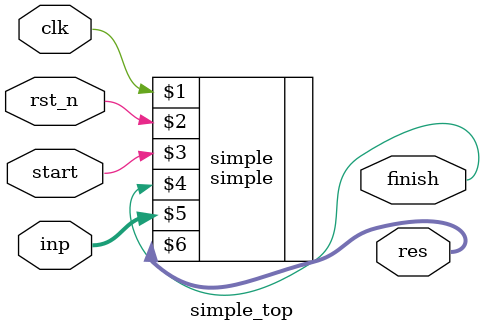
<source format=v>
module simple_top(
    clk,
    rst_n,
    start,
    finish,
    inp,
    res
);
    input clk;
    input rst_n;
    input start;
    output finish;
    input [31:0] inp;
    output [31:0] res;

    simple simple(clk, rst_n, start, finish, inp, res);
endmodule
</source>
